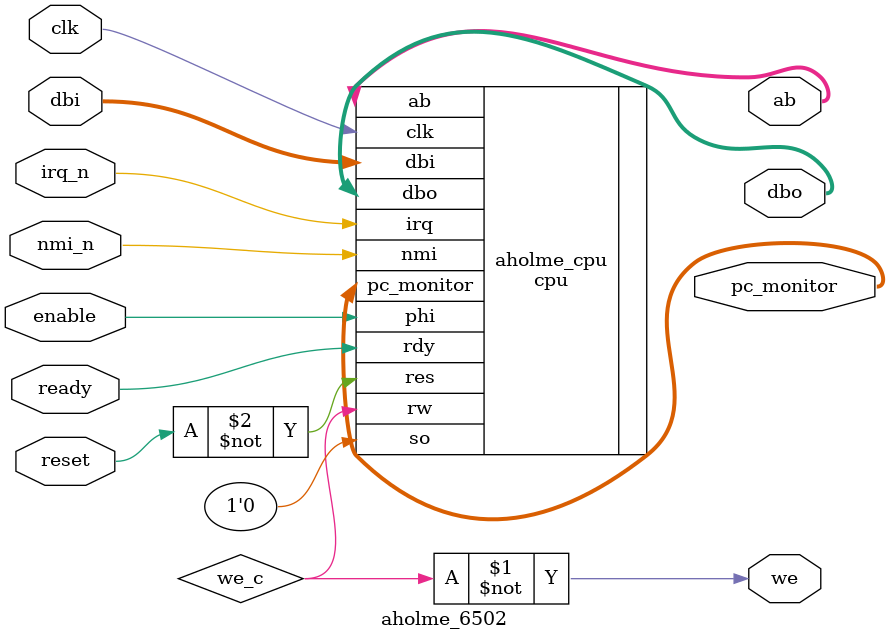
<source format=v>
module aholme_6502(
    input clk,
    input enable,
    input reset,
    output [15:0] ab,
    input [7:0] dbi,
    output [7:0] dbo,
    output we,
    input irq_n,
    input nmi_n,
    input ready,
    output [15:0] pc_monitor    // program counter monitor signal for debugging
);

    wire we_c;
    assign we = ~we_c;

    cpu aholme_cpu (
        .clk(clk),
        .phi(enable),
        .res(~reset),
        .so(1'b0),
        .rdy(ready),
        .nmi(nmi_n),
        .irq(irq_n),
        .rw(we_c),
        .dbi(dbi),
        .dbo(dbo),
        .ab(ab),
        .pc_monitor(pc_monitor)
    );

endmodule

</source>
